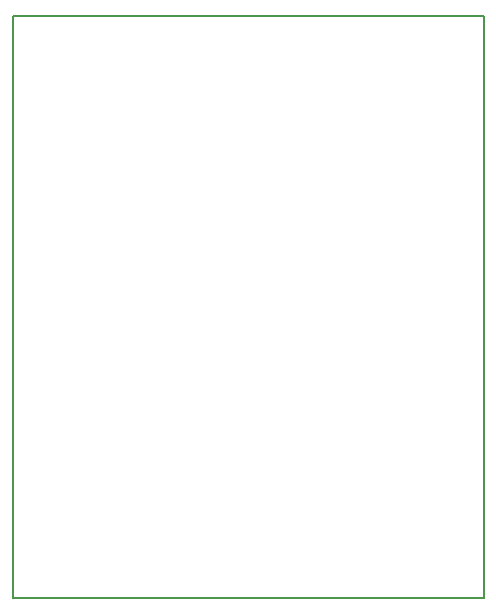
<source format=gbr>
%TF.GenerationSoftware,KiCad,Pcbnew,(5.1.10)-1*%
%TF.CreationDate,2021-09-07T21:02:14-03:00*%
%TF.ProjectId,SSC,5353432e-6b69-4636-9164-5f7063625858,rev?*%
%TF.SameCoordinates,Original*%
%TF.FileFunction,Other,ECO1*%
%FSLAX46Y46*%
G04 Gerber Fmt 4.6, Leading zero omitted, Abs format (unit mm)*
G04 Created by KiCad (PCBNEW (5.1.10)-1) date 2021-09-07 21:02:14*
%MOMM*%
%LPD*%
G01*
G04 APERTURE LIST*
%TA.AperFunction,Profile*%
%ADD10C,0.150000*%
%TD*%
G04 APERTURE END LIST*
D10*
X154178000Y-40640000D02*
X114300000Y-40640000D01*
X154178000Y-89916000D02*
X154178000Y-40640000D01*
X114300000Y-89916000D02*
X154178000Y-89916000D01*
X114300000Y-89408000D02*
X114300000Y-89916000D01*
X114300000Y-40640000D02*
X114300000Y-89408000D01*
M02*

</source>
